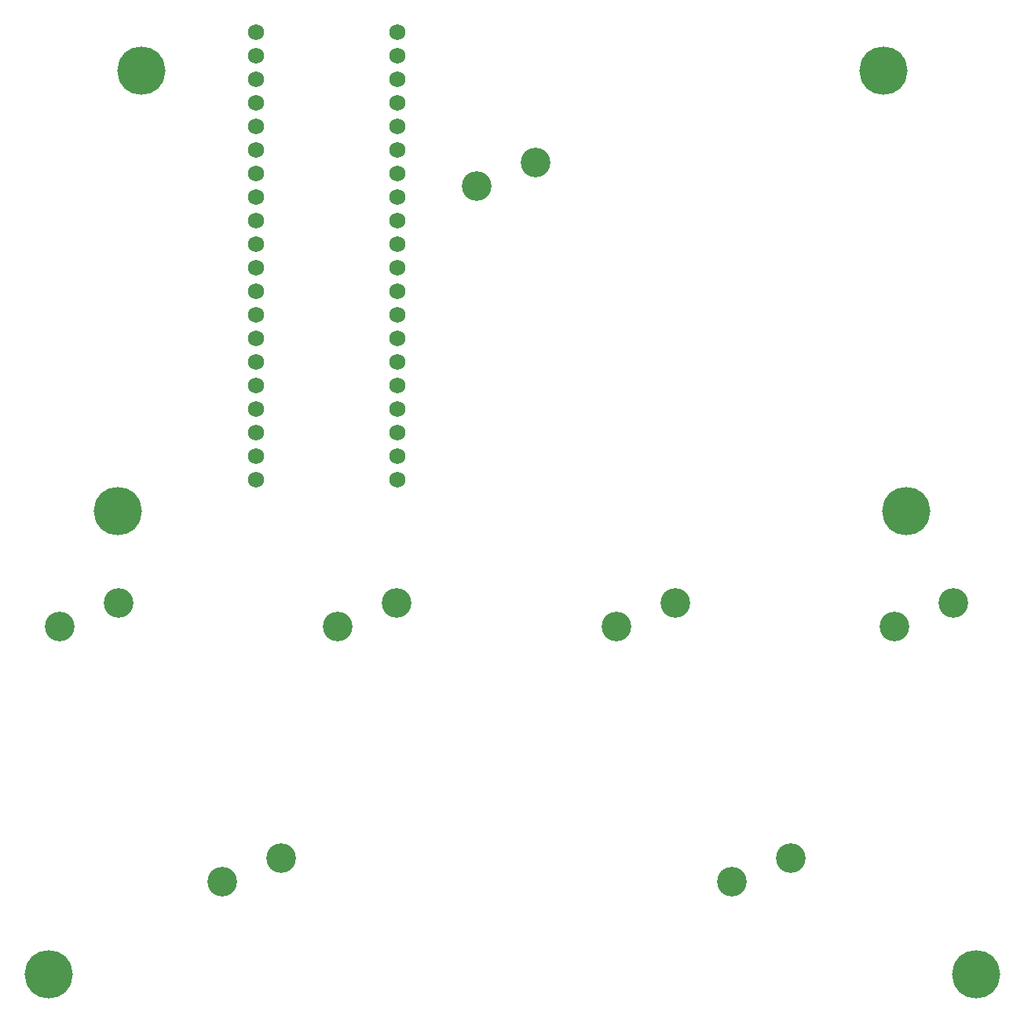
<source format=gts>
G04 Layer: TopSolderMaskLayer*
G04 EasyEDA v6.5.48, 2025-04-04 07:46:01*
G04 4687ed6ded954ee48c47ff8f5e5d54f1,b35f8af89abf434ebf5b09c67136b050,10*
G04 Gerber Generator version 0.2*
G04 Scale: 100 percent, Rotated: No, Reflected: No *
G04 Dimensions in millimeters *
G04 leading zeros omitted , absolute positions ,4 integer and 5 decimal *
%FSLAX45Y45*%
%MOMM*%

%ADD10C,1.7272*%
%ADD11C,3.2032*%
%ADD12C,5.2032*%

%LPD*%
D10*
G01*
X4512005Y10912957D03*
G01*
X4512005Y10658957D03*
G01*
X4512005Y10404957D03*
G01*
X4512005Y10150957D03*
G01*
X4512005Y9896957D03*
G01*
X4512005Y9642957D03*
G01*
X4512005Y9388957D03*
G01*
X4512005Y9134957D03*
G01*
X4512005Y8880957D03*
G01*
X4512005Y8626957D03*
G01*
X4512005Y8372957D03*
G01*
X4512005Y8118957D03*
G01*
X4512005Y7864957D03*
G01*
X4512005Y7610957D03*
G01*
X4512005Y7356957D03*
G01*
X4512005Y7102957D03*
G01*
X4512005Y6848957D03*
G01*
X4512005Y6594957D03*
G01*
X4512005Y6340957D03*
G01*
X4512005Y6086957D03*
G01*
X2988005Y6086957D03*
G01*
X2988005Y6340957D03*
G01*
X2988005Y6594957D03*
G01*
X2988005Y6848957D03*
G01*
X2988005Y7102957D03*
G01*
X2988005Y7356957D03*
G01*
X2988005Y7610957D03*
G01*
X2988005Y7864957D03*
G01*
X2988005Y8118957D03*
G01*
X2988005Y8372957D03*
G01*
X2988005Y8626957D03*
G01*
X2988005Y8880957D03*
G01*
X2988005Y9134957D03*
G01*
X2988005Y9388957D03*
G01*
X2988005Y9642957D03*
G01*
X2988005Y9896957D03*
G01*
X2988005Y10150957D03*
G01*
X2988005Y10404957D03*
G01*
X2988005Y10658957D03*
G01*
X2988005Y10912957D03*
D11*
G01*
X3253993Y2007996D03*
G01*
X2618993Y1753996D03*
G01*
X8753983Y2007996D03*
G01*
X8118983Y1753996D03*
G01*
X1503934Y4757928D03*
G01*
X868934Y4503928D03*
G01*
X4503927Y4757928D03*
G01*
X3868927Y4503928D03*
G01*
X7503922Y4757928D03*
G01*
X6868922Y4503928D03*
G01*
X10503915Y4757928D03*
G01*
X9868915Y4503928D03*
G01*
X6004001Y9507956D03*
G01*
X5369001Y9253956D03*
D12*
G01*
X9999979Y5749975D03*
G01*
X1499996Y5749975D03*
G01*
X9749993Y10499979D03*
G01*
X1750009Y10499979D03*
G01*
X750011Y749985D03*
G01*
X10749991Y749985D03*
M02*

</source>
